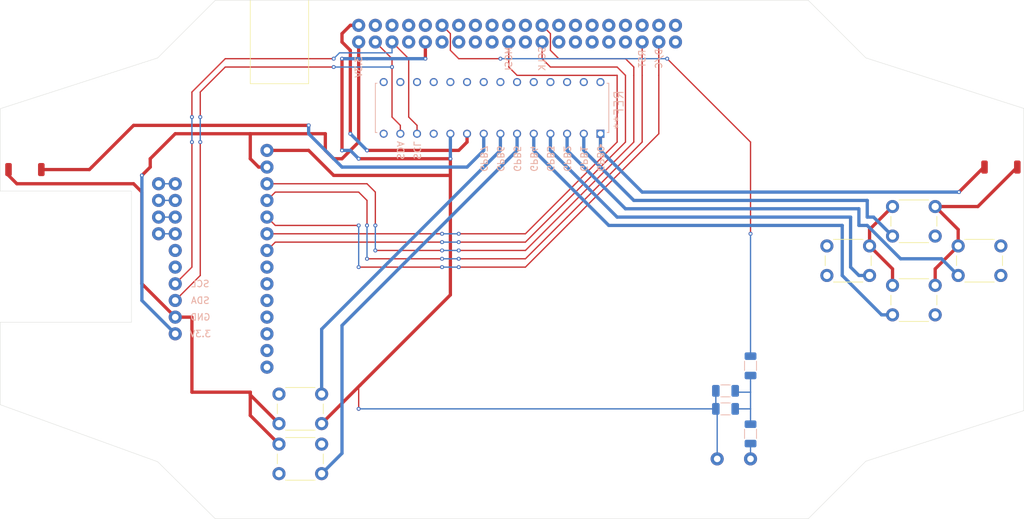
<source format=kicad_pcb>
(kicad_pcb (version 20221018) (generator pcbnew)
  (layers (0 "F.Cu" signal) (31 "B.Cu" signal) (34 "B.Paste" user) (35 "F.Paste" user) (36 "B.SilkS" user "B.Silkscreen") (37 "F.SilkS" user "F.Silkscreen") (38 "B.Mask" user) (39 "F.Mask" user) (44 "Edge.Cuts" user))
  (net 0 "")
  (footprint "" (layer "F.Cu") (at 39.37 58.42)
    (fp_text reference "")
    (fp_text value "")
  )
  (footprint "" (layer "F.Cu") (at 105.41 19.05)
    (fp_text reference "")
    (fp_text value "")
  )
  (footprint "" (layer "F.Cu") (at 97.79 16.51)
    (fp_text reference "")
    (fp_text value "")
  )
  (footprint "" (layer "F.Cu") (at 39.37 63.5)
    (fp_text reference "")
    (fp_text value "")
  )
  (footprint "" (layer "F.Cu") (at 127 82.55)
    (fp_text reference "")
    (fp_text value "")
  )
  (footprint "" (layer "F.Cu") (at 36.83 48.26)
    (fp_text reference "")
    (fp_text value "")
  )
  (footprint "" (layer "F.Cu") (at 110.49 16.51)
    (fp_text reference "")
    (fp_text value "")
  )
  (footprint "" (layer "F.Cu") (at 90.17 19.05)
    (fp_text reference "")
    (fp_text value "")
  )
  (footprint "" (layer "F.Cu") (at 53.34 50.8 90)
    (fp_text reference "")
    (fp_text value "")
  )
  (footprint "" (layer "F.Cu") (at 36.83 45.72)
    (fp_text reference "")
    (fp_text value "")
  )
  (footprint "" (layer "F.Cu") (at 92.71 16.51)
    (fp_text reference "")
    (fp_text value "")
  )
  (footprint "" (layer "F.Cu") (at 162.64 38.1)
    (fp_text reference "")
    (fp_text value "")
  )
  (footprint "" (layer "F.Cu") (at 74.93 19.05)
    (fp_text reference "")
    (fp_text value "")
  )
  (footprint "Button_Switch_THT:SW_PUSH_6mm" (layer "F.Cu") (at 55.17 72.68)
    (fp_text reference "REF**" hide)
    (fp_text value "SW_PUSH_6mm" hide)
  )
  (footprint "" (layer "F.Cu") (at 85.09 19.05)
    (fp_text reference "")
    (fp_text value "")
  )
  (footprint "" (layer "F.Cu") (at 67.31 16.51)
    (fp_text reference "")
    (fp_text value "")
  )
  (footprint "" (layer "F.Cu") (at 53.34 38.1 90)
    (fp_text reference "")
    (fp_text value "")
  )
  (footprint "" (layer "F.Cu") (at 72.39 16.51)
    (fp_text reference "")
    (fp_text value "")
  )
  (footprint "" (layer "F.Cu") (at 39.37 53.34)
    (fp_text reference "")
    (fp_text value "")
  )
  (footprint "" (layer "F.Cu") (at 39.37 48.26)
    (fp_text reference "")
    (fp_text value "")
  )
  (footprint "" (layer "F.Cu") (at 39.37 60.96)
    (fp_text reference "")
    (fp_text value "")
  )
  (footprint "Button_Switch_THT:SW_PUSH_6mm" (layer "F.Cu") (at 55.17 80.3)
    (fp_text reference "REF**" hide)
    (fp_text value "SW_PUSH_6mm" hide)
  )
  (footprint "" (layer "F.Cu") (at 53.34 58.42 90)
    (fp_text reference "")
    (fp_text value "")
  )
  (footprint "Button_Switch_THT:SW_PUSH_6mm" (layer "F.Cu") (at 148.63 56.11)
    (fp_text reference "REF**" hide)
    (fp_text value "SW_PUSH_6mm" hide)
  )
  (footprint "" (layer "F.Cu") (at 85.09 16.51)
    (fp_text reference "")
    (fp_text value "")
  )
  (footprint "" (layer "F.Cu") (at 53.34 66.04 90)
    (fp_text reference "")
    (fp_text value "")
  )
  (footprint "" (layer "F.Cu") (at 110.49 19.05)
    (fp_text reference "")
    (fp_text value "")
  )
  (footprint "" (layer "F.Cu") (at 90.17 16.51)
    (fp_text reference "")
    (fp_text value "")
  )
  (footprint "" (layer "F.Cu") (at 80.01 19.05)
    (fp_text reference "")
    (fp_text value "")
  )
  (footprint "" (layer "F.Cu") (at 115.57 19.05)
    (fp_text reference "")
    (fp_text value "")
  )
  (footprint "" (layer "F.Cu") (at 121.92 82.55)
    (fp_text reference "")
    (fp_text value "")
  )
  (footprint "" (layer "F.Cu") (at 13.97 30.48)
    (fp_text reference "")
    (fp_text value "")
  )
  (footprint "" (layer "F.Cu") (at 87.63 16.51)
    (fp_text reference "")
    (fp_text value "")
  )
  (footprint "" (layer "F.Cu") (at 95.25 16.51)
    (fp_text reference "")
    (fp_text value "")
  )
  (footprint "" (layer "F.Cu") (at 39.37 40.64)
    (fp_text reference "")
    (fp_text value "")
  )
  (footprint "" (layer "F.Cu") (at 17.78 30.48)
    (fp_text reference "" hide)
    (fp_text value "")
  )
  (footprint "" (layer "F.Cu") (at 167.64 38.1)
    (fp_text reference "")
    (fp_text value "")
  )
  (footprint "" (layer "F.Cu") (at 107.95 16.51)
    (fp_text reference "")
    (fp_text value "")
  )
  (footprint "" (layer "F.Cu") (at 69.85 16.51)
    (fp_text reference "")
    (fp_text value "")
  )
  (footprint "" (layer "F.Cu") (at 53.34 55.88 90)
    (fp_text reference "")
    (fp_text value "")
  )
  (footprint "" (layer "F.Cu") (at 53.34 43.18 90)
    (fp_text reference "")
    (fp_text value "")
  )
  (footprint "" (layer "F.Cu") (at 53.34 63.5 90)
    (fp_text reference "")
    (fp_text value "")
  )
  (footprint "" (layer "F.Cu") (at 82.55 16.51)
    (fp_text reference "")
    (fp_text value "")
  )
  (footprint "" (layer "F.Cu") (at 87.63 19.05)
    (fp_text reference "")
    (fp_text value "")
  )
  (footprint "" (layer "F.Cu") (at 67.31 19.05)
    (fp_text reference "")
    (fp_text value "")
  )
  (footprint "" (layer "F.Cu") (at 39.37 55.88)
    (fp_text reference "")
    (fp_text value "")
  )
  (footprint "" (layer "F.Cu") (at 53.34 48.26 90)
    (fp_text reference "")
    (fp_text value "")
  )
  (footprint "" (layer "F.Cu") (at 100.33 19.05)
    (fp_text reference "")
    (fp_text value "")
  )
  (footprint "" (layer "F.Cu") (at 92.71 19.05)
    (fp_text reference "")
    (fp_text value "")
  )
  (footprint "" (layer "F.Cu") (at 39.37 45.72)
    (fp_text reference "")
    (fp_text value "")
  )
  (footprint "" (layer "F.Cu") (at 39.37 50.8)
    (fp_text reference "")
    (fp_text value "")
  )
  (footprint "" (layer "F.Cu") (at 95.25 19.05)
    (fp_text reference "")
    (fp_text value "")
  )
  (footprint "" (layer "F.Cu") (at 53.34 40.64 90)
    (fp_text reference "")
    (fp_text value "")
  )
  (footprint "" (layer "F.Cu") (at 115.57 16.51)
    (fp_text reference "")
    (fp_text value "")
  )
  (footprint "" (layer "F.Cu") (at 53.34 53.34 90)
    (fp_text reference "")
    (fp_text value "")
  )
  (footprint "" (layer "F.Cu") (at 77.47 16.51)
    (fp_text reference "")
    (fp_text value "")
  )
  (footprint "" (layer "F.Cu") (at 77.47 19.05)
    (fp_text reference "")
    (fp_text value "")
  )
  (footprint "" (layer "F.Cu") (at 100.33 16.51)
    (fp_text reference "")
    (fp_text value "")
  )
  (footprint "" (layer "F.Cu") (at 53.34 45.72 90)
    (fp_text reference "")
    (fp_text value "")
  )
  (footprint "" (layer "F.Cu") (at 53.34 35.56 90)
    (fp_text reference "")
    (fp_text value "")
  )
  (footprint "" (layer "F.Cu") (at 102.87 19.05)
    (fp_text reference "")
    (fp_text value "")
  )
  (footprint "" (layer "F.Cu") (at 105.41 16.51)
    (fp_text reference "")
    (fp_text value "")
  )
  (footprint "" (layer "F.Cu") (at 82.55 19.05)
    (fp_text reference "")
    (fp_text value "")
  )
  (footprint "" (layer "F.Cu") (at 69.85 19.05)
    (fp_text reference "")
    (fp_text value "")
  )
  (footprint "" (layer "F.Cu") (at 74.93 16.51)
    (fp_text reference "")
    (fp_text value "")
  )
  (footprint "Button_Switch_THT:SW_PUSH_6mm" (layer "F.Cu") (at 158.63 50.11)
    (fp_text reference "REF**" hide)
    (fp_text value "SW_PUSH_6mm" hide)
  )
  (footprint "" (layer "F.Cu") (at 80.01 16.51)
    (fp_text reference "")
    (fp_text value "")
  )
  (footprint "" (layer "F.Cu") (at 53.34 68.58 90)
    (fp_text reference "")
    (fp_text value "")
  )
  (footprint "Button_Switch_THT:SW_PUSH_6mm" (layer "F.Cu") (at 148.63 44.11)
    (fp_text reference "REF**" hide)
    (fp_text value "SW_PUSH_6mm" hide)
  )
  (footprint "" (layer "F.Cu") (at 39.37 43.18)
    (fp_text reference "")
    (fp_text value "")
  )
  (footprint "" (layer "F.Cu") (at 72.39 19.05)
    (fp_text reference "")
    (fp_text value "")
  )
  (footprint "" (layer "F.Cu") (at 113.03 16.51)
    (fp_text reference "")
    (fp_text value "")
  )
  (footprint "" (layer "F.Cu") (at 102.87 16.51)
    (fp_text reference "")
    (fp_text value "")
  )
  (footprint "" (layer "F.Cu") (at 97.79 19.05)
    (fp_text reference "")
    (fp_text value "")
  )
  (footprint "" (layer "F.Cu") (at 36.83 43.18)
    (fp_text reference "")
    (fp_text value "")
  )
  (footprint "Button_Switch_THT:SW_PUSH_6mm" (layer "F.Cu") (at 138.63 50.11)
    (fp_text reference "REF**" hide)
    (fp_text value "SW_PUSH_6mm" hide)
  )
  (footprint "" (layer "F.Cu") (at 53.34 60.96 90)
    (fp_text reference "")
    (fp_text value "")
  )
  (footprint "" (layer "F.Cu") (at 107.95 19.05)
    (fp_text reference "")
    (fp_text value "")
  )
  (footprint "" (layer "F.Cu") (at 113.03 19.05)
    (fp_text reference "")
    (fp_text value "")
  )
  (footprint "" (layer "F.Cu") (at 36.83 40.64)
    (fp_text reference "")
    (fp_text value "")
  )
  (footprint "Capacitor_SMD:C_1206_3216Metric" (layer "B.Cu") (at 127 78.74 -90)
    (fp_text reference "REF**" hide)
    (fp_text value "C_1206_3216Metric" hide)
  )
  (footprint "Capacitor_SMD:C_1206_3216Metric" (layer "B.Cu") (at 123.19 72.185 180)
    (fp_text reference "REF**" hide)
    (fp_text value "C_1206_3216Metric" hide)
  )
  (footprint "Capacitor_SMD:C_1206_3216Metric" (layer "B.Cu") (at 123.19 74.93 180)
    (fp_text reference "REF**" hide)
    (fp_text value "C_1206_3216Metric" hide)
  )
  (footprint "IC:MCP23017" (layer "B.Cu") (at 87.63 29.085 90)
    (fp_text reference "REF**")
    (fp_text value "MCP23017" hide)
  )
  (footprint "Capacitor_SMD:C_1206_3216Metric" (layer "B.Cu") (at 127 68.375 90)
    (fp_text reference "REF**" hide)
    (fp_text value "C_1206_3216Metric" hide)
  )
  (gr_line (start 59.69 12.7) (end 59.69 25.4) (stroke (width 0.1)) (layer "F.SilkS"))
  (gr_line (start 50.8 25.4) (end 50.8 12.7) (stroke (width 0.1)) (layer "F.SilkS"))
  (gr_line (start 59.69 25.4) (end 50.8 25.4) (stroke (width 0.1)) (layer "F.SilkS"))
  (gr_line (start 135.803 12.71) (end 144.563 21.47) (stroke (width 0.05)) (layer "Edge.Cuts"))
  (gr_line (start 45.46 91.66) (end 135.803 91.66) (stroke (width 0.05)) (layer "Edge.Cuts"))
  (gr_line (start 12.7 74.29) (end 36.7 82.99) (stroke (width 0.05)) (layer "Edge.Cuts"))
  (gr_line (start 32.7 41.75) (end 32.7 61.75) (stroke (width 0.05)) (layer "Edge.Cuts"))
  (gr_line (start 12.7 41.75) (end 32.7 41.75) (stroke (width 0.05)) (layer "Edge.Cuts"))
  (gr_line (start 36.7 21.47) (end 45.46 12.71) (stroke (width 0.05)) (layer "Edge.Cuts"))
  (gr_line (start 12.7 61.75) (end 12.7 74.29) (stroke (width 0.05)) (layer "Edge.Cuts"))
  (gr_line (start 12.7 41.75) (end 12.7 29.21) (stroke (width 0.05)) (layer "Edge.Cuts"))
  (gr_line (start 168.633 75.2) (end 168.633 29.17) (stroke (width 0.05)) (layer "Edge.Cuts"))
  (gr_line (start 32.7 61.75) (end 12.7 61.75) (stroke (width 0.05)) (layer "Edge.Cuts"))
  (gr_line (start 144.563 21.47) (end 168.633 29.17) (stroke (width 0.05)) (layer "Edge.Cuts"))
  (gr_line (start 36.7 82.99) (end 45.46 91.66) (stroke (width 0.05)) (layer "Edge.Cuts"))
  (gr_line (start 45.46 12.71) (end 135.803 12.71) (stroke (width 0.05)) (layer "Edge.Cuts"))
  (gr_line (start 36.7 21.47) (end 12.7 29.21) (stroke (width 0.05)) (layer "Edge.Cuts"))
  (gr_line (start 144.563 82.9) (end 168.633 75.2) (stroke (width 0.05)) (layer "Edge.Cuts"))
  (gr_line (start 135.803 91.66) (end 144.563 82.9) (stroke (width 0.05)) (layer "Edge.Cuts"))
  (gr_text "GPB2\n" (at 99.06 36.83 270) (layer "B.SilkS") (effects (font (size 1 1)) (justify mirror)))
  (gr_text "GPB1\n" (at 101.6 36.83 270) (layer "B.SilkS") (effects (font (size 1 1)) (justify mirror)))
  (gr_text "GPB6\n" (at 88.9 36.83 270) (layer "B.SilkS") (effects (font (size 1 1)) (justify mirror)))
  (gr_text "RST" (at 110.49 21.59 90) (layer "B.SilkS") (effects (font (size 1 1)) (justify mirror)))
  (gr_text "SCL" (at 43.18 55.88) (layer "B.SilkS") (effects (font (size 1 1)) (justify mirror)))
  (gr_text "SCLK" (at 95.25 21.59 90) (layer "B.SilkS") (effects (font (size 1 1)) (justify mirror)))
  (gr_text "GPB0\n" (at 104.14 36.83 270) (layer "B.SilkS") (effects (font (size 1 1)) (justify mirror)))
  (gr_text "3.3V" (at 67.31 22.86 90) (layer "B.SilkS") (effects (font (size 1 1)) (justify mirror)))
  (gr_text "MOSI" (at 90.17 21.59 90) (layer "B.SilkS") (effects (font (size 1 1)) (justify mirror)))
  (gr_text "GPB5\n" (at 91.44 36.83 270) (layer "B.SilkS") (effects (font (size 1 1)) (justify mirror)))
  (gr_text "SDA" (at 43.18 58.42) (layer "B.SilkS") (effects (font (size 1 1)) (justify mirror)))
  (gr_text "3.3V" (at 43.18 63.5) (layer "B.SilkS") (effects (font (size 1 1)) (justify mirror)))
  (gr_text "SDA" (at 73.66 35.56 270) (layer "B.SilkS") (effects (font (size 1 1)) (justify mirror)))
  (gr_text "D/C\n" (at 113.03 21.59 90) (layer "B.SilkS") (effects (font (size 1 1)) (justify mirror)))
  (gr_text "SCL" (at 76.2 35.56 -90) (layer "B.SilkS") (effects (font (size 1 1)) (justify mirror)))
  (gr_text "GND" (at 43.18 60.96) (layer "B.SilkS") (effects (font (size 1 1)) (justify mirror)))
  (gr_text "GPB4\n" (at 93.98 36.83 270) (layer "B.SilkS") (effects (font (size 1 1)) (justify mirror)))
  (gr_text "GPB3\n" (at 96.52 36.83 270) (layer "B.SilkS") (effects (font (size 1 1)) (justify mirror)))
  (gr_text "GPB7\n" (at 86.36 36.83 270) (layer "B.SilkS") (effects (font (size 1 1)) (justify mirror)))
  (segment (start 162.56 38.1) (end 162.64 38.1) (width 0.5) (layer "F.Cu") (net 0))
  (segment (start 67.31 74.93) (end 67.31 71.54) (width 0.2) (layer "F.Cu") (net 0))
  (segment (start 113.03 19.05) (end 113.03 20.32) (width 0.2) (layer "F.Cu") (net 0))
  (segment (start 148.63 56.11) (end 148.63 53.61) (width 0.5) (layer "F.Cu") (net 0))
  (segment (start 83.82 34.29) (end 83.82 33.02) (width 0.5) (layer "F.Cu") (net 0))
  (segment (start 80.01 48.26) (end 53.34 48.26) (width 0.2) (layer "F.Cu") (net 0))
  (segment (start 82.55 35.56) (end 83.82 34.29) (width 0.5) (layer "F.Cu") (net 0))
  (segment (start 145.13 50.11) (end 145.13 47.61) (width 0.5) (layer "F.Cu") (net 0))
  (segment (start 113.03 20.32) (end 113.03 24.13) (width 0.2) (layer "F.Cu") (net 0))
  (segment (start 95.25 21.59) (end 96.52 22.86) (width 0.2) (layer "F.Cu") (net 0))
  (segment (start 92.71 49.53) (end 82.55 49.53) (width 0.2) (layer "F.Cu") (net 0))
  (segment (start 82.55 21.59) (end 88.9 21.59) (width 0.2) (layer "F.Cu") (net 0))
  (segment (start 68.58 40.64) (end 69.85 41.91) (width 0.2) (layer "F.Cu") (net 0))
  (segment (start 95.25 16.51) (end 96.52 17.78) (width 0.2) (layer "F.Cu") (net 0))
  (segment (start 148.63 53.61) (end 145.13 50.11) (width 0.5) (layer "F.Cu") (net 0))
  (segment (start 68.58 43.18) (end 67.31 41.91) (width 0.2) (layer "F.Cu") (net 0))
  (segment (start 67.31 19.05) (end 67.31 34.29) (width 0.5) (layer "F.Cu") (net 0))
  (segment (start 106.68 24.13) (end 106.68 34.29) (width 0.2) (layer "F.Cu") (net 0))
  (segment (start 95.25 20.32) (end 95.25 21.59) (width 0.2) (layer "F.Cu") (net 0))
  (segment (start 81.28 17.78) (end 81.28 20.32) (width 0.2) (layer "F.Cu") (net 0))
  (segment (start 26.29 38.48) (end 26.67 38.1) (width 0.5) (layer "F.Cu") (net 0))
  (segment (start 167.64 38.1) (end 161.63 44.11) (width 0.5) (layer "F.Cu") (net 0))
  (segment (start 99.06 45.72) (end 92.71 52.07) (width 0.2) (layer "F.Cu") (net 0))
  (segment (start 53.34 40.64) (end 68.58 40.64) (width 0.2) (layer "F.Cu") (net 0))
  (segment (start 67.31 71.54) (end 67.52 71.33) (width 0.2) (layer "F.Cu") (net 0))
  (segment (start 54.61 41.91) (end 53.34 43.18) (width 0.2) (layer "F.Cu") (net 0))
  (segment (start 46.99 21.59) (end 63.5 21.59) (width 0.2) (layer "F.Cu") (net 0))
  (segment (start 18.97 38.48) (end 26.29 38.48) (width 0.5) (layer "F.Cu") (net 0))
  (segment (start 54.61 49.53) (end 53.34 50.8) (width 0.2) (layer "F.Cu") (net 0))
  (segment (start 158.63 47.61) (end 155.13 44.11) (width 0.5) (layer "F.Cu") (net 0))
  (segment (start 34.29 55.88) (end 39.37 60.96) (width 0.5) (layer "F.Cu") (net 0))
  (segment (start 34.29 41.91) (end 34.29 55.88) (width 0.5) (layer "F.Cu") (net 0))
  (segment (start 62.23 33.02) (end 50.8 33.02) (width 0.5) (layer "F.Cu") (net 0))
  (segment (start 113.03 24.13) (end 113.03 33.02) (width 0.2) (layer "F.Cu") (net 0))
  (segment (start 92.71 48.26) (end 82.55 48.26) (width 0.2) (layer "F.Cu") (net 0))
  (segment (start 50.8 33.02) (end 39.37 33.02) (width 0.5) (layer "F.Cu") (net 0))
  (segment (start 41.91 34.29) (end 41.91 53.34) (width 0.2) (layer "F.Cu") (net 0))
  (segment (start 81.28 57.57) (end 67.52 71.33) (width 0.5) (layer "F.Cu") (net 0))
  (segment (start 39.37 58.42) (end 43.18 54.61) (width 0.2) (layer "F.Cu") (net 0))
  (segment (start 109.22 34.29) (end 99.06 44.45) (width 0.2) (layer "F.Cu") (net 0))
  (segment (start 110.49 20.32) (end 110.49 24.13) (width 0.2) (layer "F.Cu") (net 0))
  (segment (start 43.18 26.67) (end 46.99 22.86) (width 0.2) (layer "F.Cu") (net 0))
  (segment (start 81.28 39.37) (end 63.5 39.37) (width 0.5) (layer "F.Cu") (net 0))
  (segment (start 15.24 40.64) (end 33.02 40.64) (width 0.5) (layer "F.Cu") (net 0))
  (segment (start 99.06 43.18) (end 92.71 49.53) (width 0.2) (layer "F.Cu") (net 0))
  (segment (start 74.93 21.59) (end 74.93 30.48) (width 0.2) (layer "F.Cu") (net 0))
  (segment (start 50.8 72.39) (end 50.8 72.81) (width 0.5) (layer "F.Cu") (net 0))
  (segment (start 91.44 24.13) (end 106.68 24.13) (width 0.2) (layer "F.Cu") (net 0))
  (segment (start 72.39 30.48) (end 73.66 31.75) (width 0.2) (layer "F.Cu") (net 0))
  (segment (start 33.02 31.75) (end 26.67 38.1) (width 0.5) (layer "F.Cu") (net 0))
  (segment (start 54.61 46.99) (end 53.34 45.72) (width 0.2) (layer "F.Cu") (net 0))
  (segment (start 99.06 41.91) (end 92.71 48.26) (width 0.2) (layer "F.Cu") (net 0))
  (segment (start 110.49 24.13) (end 110.49 34.29) (width 0.2) (layer "F.Cu") (net 0))
  (segment (start 77.47 19.05) (end 77.47 21.59) (width 0.5) (layer "F.Cu") (net 0))
  (segment (start 96.52 20.32) (end 97.79 21.59) (width 0.2) (layer "F.Cu") (net 0))
  (segment (start 80.01 50.8) (end 69.85 50.8) (width 0.2) (layer "F.Cu") (net 0))
  (segment (start 81.28 39.37) (end 81.28 57.57) (width 0.5) (layer "F.Cu") (net 0))
  (segment (start 50.8 72.81) (end 55.17 77.18) (width 0.5) (layer "F.Cu") (net 0))
  (segment (start 107.95 21.59) (end 109.22 22.86) (width 0.2) (layer "F.Cu") (net 0))
  (segment (start 43.18 54.61) (end 43.18 34.29) (width 0.2) (layer "F.Cu") (net 0))
  (segment (start 158.63 50.11) (end 158.63 47.61) (width 0.5) (layer "F.Cu") (net 0))
  (segment (start 59.69 35.56) (end 53.34 35.56) (width 0.5) (layer "F.Cu") (net 0))
  (segment (start 99.06 44.45) (end 92.71 50.8) (width 0.2) (layer "F.Cu") (net 0))
  (segment (start 73.66 31.75) (end 73.66 33.02) (width 0.2) (layer "F.Cu") (net 0))
  (segment (start 127 34.29) (end 127 48.26) (width 0.2) (layer "F.Cu") (net 0))
  (segment (start 63.5 36.83) (end 62.23 35.56) (width 0.5) (layer "F.Cu") (net 0))
  (segment (start 155.13 53.61) (end 158.63 50.11) (width 0.5) (layer "F.Cu") (net 0))
  (segment (start 64.77 17.78) (end 66.04 16.51) (width 0.5) (layer "F.Cu") (net 0))
  (segment (start 90.17 20.32) (end 90.17 22.86) (width 0.2) (layer "F.Cu") (net 0))
  (segment (start 74.93 30.48) (end 76.2 31.75) (width 0.2) (layer "F.Cu") (net 0))
  (segment (start 92.71 52.07) (end 82.55 52.07) (width 0.2) (layer "F.Cu") (net 0))
  (segment (start 35.56 36.83) (end 35.56 38.1) (width 0.5) (layer "F.Cu") (net 0))
  (segment (start 72.39 21.59) (end 72.39 22.86) (width 0.2) (layer "F.Cu") (net 0))
  (segment (start 64.77 36.83) (end 63.5 36.83) (width 0.5) (layer "F.Cu") (net 0))
  (segment (start 114.3 21.59) (end 127 34.29) (width 0.2) (layer "F.Cu") (net 0))
  (segment (start 110.49 34.29) (end 99.06 45.72) (width 0.2) (layer "F.Cu") (net 0))
  (segment (start 59.69 31.75) (end 33.02 31.75) (width 0.5) (layer "F.Cu") (net 0))
  (segment (start 41.91 72.39) (end 50.8 72.39) (width 0.5) (layer "F.Cu") (net 0))
  (segment (start 52.07 38.1) (end 53.34 38.1) (width 0.5) (layer "F.Cu") (net 0))
  (segment (start 33.02 40.64) (end 34.29 41.91) (width 0.5) (layer "F.Cu") (net 0))
  (segment (start 155.13 56.11) (end 155.13 53.61) (width 0.5) (layer "F.Cu") (net 0))
  (segment (start 109.22 22.86) (end 109.22 24.13) (width 0.2) (layer "F.Cu") (net 0))
  (segment (start 43.18 30.48) (end 43.18 26.67) (width 0.2) (layer "F.Cu") (net 0))
  (segment (start 68.58 35.56) (end 82.55 35.56) (width 0.5) (layer "F.Cu") (net 0))
  (segment (start 95.25 19.05) (end 95.25 20.32) (width 0.2) (layer "F.Cu") (net 0))
  (segment (start 66.04 16.51) (end 67.31 16.51) (width 0.5) (layer "F.Cu") (net 0))
  (segment (start 13.97 39.37) (end 15.24 40.64) (width 0.5) (layer "F.Cu") (net 0))
  (segment (start 68.58 46.99) (end 68.58 43.18) (width 0.2) (layer "F.Cu") (net 0))
  (segment (start 110.49 19.05) (end 110.49 20.32) (width 0.2) (layer "F.Cu") (net 0))
  (segment (start 90.17 19.05) (end 90.17 20.32) (width 0.2) (layer "F.Cu") (net 0))
  (segment (start 66.04 20.32) (end 64.77 19.05) (width 0.5) (layer "F.Cu") (net 0))
  (segment (start 80.01 49.53) (end 54.61 49.53) (width 0.2) (layer "F.Cu") (net 0))
  (segment (start 100.33 40.64) (end 99.06 41.91) (width 0.2) (layer "F.Cu") (net 0))
  (segment (start 96.52 17.78) (end 96.52 20.32) (width 0.2) (layer "F.Cu") (net 0))
  (segment (start 66.04 33.02) (end 66.04 20.32) (width 0.5) (layer "F.Cu") (net 0))
  (segment (start 145.13 47.61) (end 148.63 44.11) (width 0.5) (layer "F.Cu") (net 0))
  (segment (start 41.91 26.67) (end 46.99 21.59) (width 0.2) (layer "F.Cu") (net 0))
  (segment (start 46.99 22.86) (end 63.5 22.86) (width 0.2) (layer "F.Cu") (net 0))
  (segment (start 64.77 21.59) (end 64.77 35.56) (width 0.5) (layer "F.Cu") (net 0))
  (segment (start 80.01 53.34) (end 67.31 53.34) (width 0.2) (layer "F.Cu") (net 0))
  (segment (start 67.31 41.91) (end 54.61 41.91) (width 0.2) (layer "F.Cu") (net 0))
  (segment (start 50.8 75.93) (end 55.17 80.3) (width 0.5) (layer "F.Cu") (net 0))
  (segment (start 41.91 60.96) (end 41.91 72.39) (width 0.5) (layer "F.Cu") (net 0))
  (segment (start 35.56 38.1) (end 34.29 39.37) (width 0.5) (layer "F.Cu") (net 0))
  (segment (start 113.03 33.02) (end 99.06 46.99) (width 0.2) (layer "F.Cu") (net 0))
  (segment (start 92.71 50.8) (end 82.55 50.8) (width 0.2) (layer "F.Cu") (net 0))
  (segment (start 67.52 71.33) (end 61.67 77.18) (width 0.5) (layer "F.Cu") (net 0))
  (segment (start 92.71 53.34) (end 82.55 53.34) (width 0.2) (layer "F.Cu") (net 0))
  (segment (start 39.37 55.88) (end 41.91 53.34) (width 0.2) (layer "F.Cu") (net 0))
  (segment (start 76.2 31.75) (end 76.2 33.02) (width 0.2) (layer "F.Cu") (net 0))
  (segment (start 109.22 24.13) (end 109.22 34.29) (width 0.2) (layer "F.Cu") (net 0))
  (segment (start 63.5 39.37) (end 59.69 35.56) (width 0.5) (layer "F.Cu") (net 0))
  (segment (start 62.23 35.56) (end 62.23 33.02) (width 0.5) (layer "F.Cu") (net 0))
  (segment (start 106.68 22.86) (end 107.95 24.13) (width 0.2) (layer "F.Cu") (net 0))
  (segment (start 107.95 34.29) (end 99.06 43.18) (width 0.2) (layer "F.Cu") (net 0))
  (segment (start 41.91 26.67) (end 41.91 30.48) (width 0.2) (layer "F.Cu") (net 0))
  (segment (start 97.79 21.59) (end 107.95 21.59) (width 0.2) (layer "F.Cu") (net 0))
  (segment (start 67.31 36.83) (end 81.28 36.83) (width 0.5) (layer "F.Cu") (net 0))
  (segment (start 64.77 19.05) (end 64.77 17.78) (width 0.5) (layer "F.Cu") (net 0))
  (segment (start 161.63 44.11) (end 155.13 44.11) (width 0.5) (layer "F.Cu") (net 0))
  (segment (start 81.28 36.83) (end 81.28 39.37) (width 0.5) (layer "F.Cu") (net 0))
  (segment (start 69.85 41.91) (end 69.85 46.99) (width 0.2) (layer "F.Cu") (net 0))
  (segment (start 80.01 52.07) (end 68.58 52.07) (width 0.2) (layer "F.Cu") (net 0))
  (segment (start 99.06 46.99) (end 92.71 53.34) (width 0.2) (layer "F.Cu") (net 0))
  (segment (start 106.68 34.29) (end 100.33 40.64) (width 0.2) (layer "F.Cu") (net 0))
  (segment (start 81.28 20.32) (end 82.55 21.59) (width 0.2) (layer "F.Cu") (net 0))
  (segment (start 50.8 33.02) (end 50.8 36.83) (width 0.5) (layer "F.Cu") (net 0))
  (segment (start 67.31 34.29) (end 64.77 36.83) (width 0.5) (layer "F.Cu") (net 0))
  (segment (start 69.85 19.05) (end 72.39 21.59) (width 0.2) (layer "F.Cu") (net 0))
  (segment (start 50.8 72.39) (end 50.8 75.93) (width 0.5) (layer "F.Cu") (net 0))
  (segment (start 107.95 24.13) (end 107.95 34.29) (width 0.2) (layer "F.Cu") (net 0))
  (segment (start 72.39 22.86) (end 72.39 30.48) (width 0.2) (layer "F.Cu") (net 0))
  (segment (start 39.37 60.96) (end 41.91 60.96) (width 0.5) (layer "F.Cu") (net 0))
  (segment (start 80.01 16.51) (end 81.28 17.78) (width 0.2) (layer "F.Cu") (net 0))
  (segment (start 96.52 22.86) (end 106.68 22.86) (width 0.2) (layer "F.Cu") (net 0))
  (segment (start 13.97 38.48) (end 13.97 39.37) (width 0) (layer "F.Cu") (net 0))
  (segment (start 67.31 46.99) (end 54.61 46.99) (width 0.2) (layer "F.Cu") (net 0))
  (segment (start 72.39 19.05) (end 74.93 21.59) (width 0.2) (layer "F.Cu") (net 0))
  (segment (start 90.17 22.86) (end 91.44 24.13) (width 0.2) (layer "F.Cu") (net 0))
  (segment (start 50.8 36.83) (end 52.07 38.1) (width 0.5) (layer "F.Cu") (net 0))
  (segment (start 39.37 33.02) (end 35.56 36.83) (width 0.5) (layer "F.Cu") (net 0))
  (segment (start 158.75 41.91) (end 162.56 38.1) (width 0.5) (layer "F.Cu") (net 0))
  (via (at 80.01 48.26) (size 0.6) (drill 0.3) (layers "F.Cu" "B.Cu") (net 0))
  (via (at 59.69 31.75) (size 0.6) (drill 0.3) (layers "F.Cu" "B.Cu") (net 0))
  (via (at 80.01 50.8) (size 0.6) (drill 0.3) (layers "F.Cu" "B.Cu") (net 0))
  (via (at 34.29 39.37) (size 0.6) (drill 0.3) (layers "F.Cu" "B.Cu") (net 0))
  (via (at 67.31 36.83) (size 0.6) (drill 0.3) (layers "F.Cu" "B.Cu") (net 0))
  (via (at 41.91 30.48) (size 0.6) (drill 0.3) (layers "F.Cu" "B.Cu") (net 0))
  (via (at 82.55 50.8) (size 0.6) (drill 0.3) (layers "F.Cu" "B.Cu") (net 0))
  (via (at 72.39 22.86) (size 0.6) (drill 0.3) (layers "F.Cu" "B.Cu") (net 0))
  (via (at 67.31 53.34) (size 0.6) (drill 0.3) (layers "F.Cu" "B.Cu") (net 0))
  (via (at 77.47 21.59) (size 0.6) (drill 0.3) (layers "F.Cu" "B.Cu") (net 0))
  (via (at 68.58 46.99) (size 0.6) (drill 0.3) (layers "F.Cu" "B.Cu") (net 0))
  (via (at 43.18 30.48) (size 0.6) (drill 0.3) (layers "F.Cu" "B.Cu") (net 0))
  (via (at 69.85 46.99) (size 0.6) (drill 0.3) (layers "F.Cu" "B.Cu") (net 0))
  (via (at 82.55 48.26) (size 0.6) (drill 0.3) (layers "F.Cu" "B.Cu") (net 0))
  (via (at 43.18 34.29) (size 0.6) (drill 0.3) (layers "F.Cu" "B.Cu") (net 0))
  (via (at 63.5 22.86) (size 0.6) (drill 0.3) (layers "F.Cu" "B.Cu") (net 0))
  (via (at 114.3 21.59) (size 0.6) (drill 0.3) (layers "F.Cu" "B.Cu") (net 0))
  (via (at 68.58 35.56) (size 0.6) (drill 0.3) (layers "F.Cu" "B.Cu") (net 0))
  (via (at 82.55 52.07) (size 0.6) (drill 0.3) (layers "F.Cu" "B.Cu") (net 0))
  (via (at 63.5 21.59) (size 0.6) (drill 0.3) (layers "F.Cu" "B.Cu") (net 0))
  (via (at 80.01 49.53) (size 0.6) (drill 0.3) (layers "F.Cu" "B.Cu") (net 0))
  (via (at 82.55 49.53) (size 0.6) (drill 0.3) (layers "F.Cu" "B.Cu") (net 0))
  (via (at 64.77 35.56) (size 0.6) (drill 0.3) (layers "F.Cu" "B.Cu") (net 0))
  (via (at 80.01 53.34) (size 0.6) (drill 0.3) (layers "F.Cu" "B.Cu") (net 0))
  (via (at 81.28 36.83) (size 0.6) (drill 0.3) (layers "F.Cu" "B.Cu") (net 0))
  (via (at 88.9 21.59) (size 0.6) (drill 0.3) (layers "F.Cu" "B.Cu") (net 0))
  (via (at 158.75 41.91) (size 0.6) (drill 0.3) (layers "F.Cu" "B.Cu") (net 0))
  (via (at 82.55 53.34) (size 0.6) (drill 0.3) (layers "F.Cu" "B.Cu") (net 0))
  (via (at 66.04 33.02) (size 0.6) (drill 0.3) (layers "F.Cu" "B.Cu") (net 0))
  (via (at 69.85 50.8) (size 0.6) (drill 0.3) (layers "F.Cu" "B.Cu") (net 0))
  (via (at 64.77 21.59) (size 0.6) (drill 0.3) (layers "F.Cu" "B.Cu") (net 0))
  (via (at 68.58 52.07) (size 0.6) (drill 0.3) (layers "F.Cu" "B.Cu") (net 0))
  (via (at 67.31 74.93) (size 0.6) (drill 0.3) (layers "F.Cu" "B.Cu") (net 0))
  (via (at 80.01 52.07) (size 0.6) (drill 0.3) (layers "F.Cu" "B.Cu") (net 0))
  (via (at 67.31 46.99) (size 0.6) (drill 0.3) (layers "F.Cu" "B.Cu") (net 0))
  (via (at 41.91 34.29) (size 0.6) (drill 0.3) (layers "F.Cu" "B.Cu") (net 0))
  (via (at 59.69 31.75) (size 0.6) (drill 0.3) (layers "F.Cu" "B.Cu") (net 0))
  (via (at 127 48.26) (size 0.6) (drill 0.3) (layers "F.Cu" "B.Cu") (net 0))
  (segment (start 36.83 43.18) (end 39.37 43.18) (width 0.2) (layer "B.Cu") (net 0))
  (segment (start 110.49 41.91) (end 158.75 41.91) (width 0.5) (layer "B.Cu") (net 0))
  (segment (start 81.28 33.02) (end 81.28 36.83) (width 0.5) (layer "B.Cu") (net 0))
  (segment (start 64.39 20.7) (end 63.5 21.59) (width 0.2) (layer "B.Cu") (net 0))
  (segment (start 61.67 62.79) (end 88.9 35.56) (width 0.5) (layer "B.Cu") (net 0))
  (segment (start 140.97 54.61) (end 140.97 46.99) (width 0.5) (layer "B.Cu") (net 0))
  (segment (start 68.58 21.59) (end 77.47 21.59) (width 0.5) (layer "B.Cu") (net 0))
  (segment (start 82.55 48.26) (end 80.01 48.26) (width 0.2) (layer "B.Cu") (net 0))
  (segment (start 86.36 35.56) (end 83.82 38.1) (width 0.5) (layer "B.Cu") (net 0))
  (segment (start 109.22 43.18) (end 101.6 35.56) (width 0.5) (layer "B.Cu") (net 0))
  (segment (start 99.06 35.56) (end 99.06 33.02) (width 0.5) (layer "B.Cu") (net 0))
  (segment (start 148.63 60.61) (end 146.97 60.61) (width 0.5) (layer "B.Cu") (net 0))
  (segment (start 68.58 35.56) (end 66.04 33.02) (width 0.5) (layer "B.Cu") (net 0))
  (segment (start 68.58 52.07) (end 68.58 46.99) (width 0.2) (layer "B.Cu") (net 0))
  (segment (start 156.09 52.07) (end 149.86 52.07) (width 0.5) (layer "B.Cu") (net 0))
  (segment (start 88.9 35.56) (end 88.9 33.02) (width 0.5) (layer "B.Cu") (net 0))
  (segment (start 121.715 72.185) (end 121.715 74.93) (width 0.2) (layer "B.Cu") (net 0))
  (segment (start 121.715 74.93) (end 67.31 74.93) (width 0.2) (layer "B.Cu") (net 0))
  (segment (start 127 82.55) (end 127 80.215) (width 0.2) (layer "B.Cu") (net 0))
  (segment (start 158.63 54.61) (end 156.09 52.07) (width 0.5) (layer "B.Cu") (net 0))
  (segment (start 144.78 45.72) (end 144.78 43.18) (width 0.5) (layer "B.Cu") (net 0))
  (segment (start 146.97 60.61) (end 140.97 54.61) (width 0.5) (layer "B.Cu") (net 0))
  (segment (start 96.52 35.56) (end 96.52 33.02) (width 0.5) (layer "B.Cu") (net 0))
  (segment (start 83.82 38.1) (end 64.77 38.1) (width 0.5) (layer "B.Cu") (net 0))
  (segment (start 41.91 34.29) (end 41.91 30.48) (width 0.2) (layer "B.Cu") (net 0))
  (segment (start 82.55 50.8) (end 80.01 50.8) (width 0.2) (layer "B.Cu") (net 0))
  (segment (start 86.36 33.02) (end 86.36 35.56) (width 0.5) (layer "B.Cu") (net 0))
  (segment (start 61.67 84.8) (end 64.77 81.7) (width 0.5) (layer "B.Cu") (net 0))
  (segment (start 148.63 48.61) (end 145.74 45.72) (width 0.5) (layer "B.Cu") (net 0))
  (segment (start 93.98 35.56) (end 93.98 33.02) (width 0.5) (layer "B.Cu") (net 0))
  (segment (start 124.87 72.39) (end 124.665 72.185) (width 0.2) (layer "B.Cu") (net 0))
  (segment (start 101.6 35.56) (end 101.6 33.02) (width 0.5) (layer "B.Cu") (net 0))
  (segment (start 36.83 48.26) (end 39.37 48.26) (width 0.2) (layer "B.Cu") (net 0))
  (segment (start 106.68 45.72) (end 96.52 35.56) (width 0.5) (layer "B.Cu") (net 0))
  (segment (start 145.13 54.61) (end 143.51 54.61) (width 0.5) (layer "B.Cu") (net 0))
  (segment (start 143.51 44.45) (end 107.95 44.45) (width 0.5) (layer "B.Cu") (net 0))
  (segment (start 107.95 44.45) (end 99.06 35.56) (width 0.5) (layer "B.Cu") (net 0))
  (segment (start 104.14 35.56) (end 110.49 41.91) (width 0.5) (layer "B.Cu") (net 0))
  (segment (start 142.24 53.34) (end 142.24 45.72) (width 0.5) (layer "B.Cu") (net 0))
  (segment (start 127 74.93) (end 124.665 74.93) (width 0.2) (layer "B.Cu") (net 0))
  (segment (start 127 72.39) (end 124.87 72.39) (width 0.2) (layer "B.Cu") (net 0))
  (segment (start 66.04 35.56) (end 67.31 36.83) (width 0.5) (layer "B.Cu") (net 0))
  (segment (start 82.55 53.34) (end 80.01 53.34) (width 0.2) (layer "B.Cu") (net 0))
  (segment (start 91.44 35.56) (end 91.44 33.02) (width 0.5) (layer "B.Cu") (net 0))
  (segment (start 67.31 53.34) (end 67.31 46.99) (width 0.2) (layer "B.Cu") (net 0))
  (segment (start 144.78 43.18) (end 109.22 43.18) (width 0.5) (layer "B.Cu") (net 0))
  (segment (start 143.51 54.61) (end 142.24 53.34) (width 0.5) (layer "B.Cu") (net 0))
  (segment (start 64.77 81.7) (end 64.77 62.23) (width 0.5) (layer "B.Cu") (net 0))
  (segment (start 36.83 45.72) (end 39.37 45.72) (width 0.2) (layer "B.Cu") (net 0))
  (segment (start 82.55 52.07) (end 80.01 52.07) (width 0.2) (layer "B.Cu") (net 0))
  (segment (start 64.77 38.1) (end 59.69 33.02) (width 0.5) (layer "B.Cu") (net 0))
  (segment (start 82.55 49.53) (end 80.01 49.53) (width 0.2) (layer "B.Cu") (net 0))
  (segment (start 64.77 35.56) (end 66.04 35.56) (width 0.5) (layer "B.Cu") (net 0))
  (segment (start 104.14 33.02) (end 104.14 35.56) (width 0.5) (layer "B.Cu") (net 0))
  (segment (start 72.39 22.86) (end 63.5 22.86) (width 0.2) (layer "B.Cu") (net 0))
  (segment (start 142.24 45.72) (end 106.68 45.72) (width 0.5) (layer "B.Cu") (net 0))
  (segment (start 88.9 21.59) (end 114.3 21.59) (width 0.2) (layer "B.Cu") (net 0))
  (segment (start 144.78 46.99) (end 143.51 46.99) (width 0.5) (layer "B.Cu") (net 0))
  (segment (start 127 74.93) (end 127 72.39) (width 0.2) (layer "B.Cu") (net 0))
  (segment (start 121.715 74.93) (end 121.92 75.135) (width 0.2) (layer "B.Cu") (net 0))
  (segment (start 68.58 21.59) (end 64.77 21.59) (width 0.5) (layer "B.Cu") (net 0))
  (segment (start 143.51 46.99) (end 143.51 44.45) (width 0.5) (layer "B.Cu") (net 0))
  (segment (start 72.39 20.7) (end 64.39 20.7) (width 0.2) (layer "B.Cu") (net 0))
  (segment (start 149.86 52.07) (end 144.78 46.99) (width 0.5) (layer "B.Cu") (net 0))
  (segment (start 127 72.39) (end 127 69.85) (width 0.2) (layer "B.Cu") (net 0))
  (segment (start 61.67 72.68) (end 61.67 62.79) (width 0.5) (layer "B.Cu") (net 0))
  (segment (start 140.97 46.99) (end 105.41 46.99) (width 0.5) (layer "B.Cu") (net 0))
  (segment (start 72.39 19.05) (end 72.39 20.7) (width 0.2) (layer "B.Cu") (net 0))
  (segment (start 64.77 62.23) (end 91.44 35.56) (width 0.5) (layer "B.Cu") (net 0))
  (segment (start 127 77.265) (end 127 74.93) (width 0.2) (layer "B.Cu") (net 0))
  (segment (start 105.41 46.99) (end 93.98 35.56) (width 0.5) (layer "B.Cu") (net 0))
  (segment (start 36.83 40.64) (end 39.37 40.64) (width 0.2) (layer "B.Cu") (net 0))
  (segment (start 145.74 45.72) (end 144.78 45.72) (width 0.5) (layer "B.Cu") (net 0))
  (segment (start 127 66.9) (end 127 48.26) (width 0.2) (layer "B.Cu") (net 0))
  (segment (start 43.18 30.48) (end 43.18 34.29) (width 0.2) (layer "B.Cu") (net 0))
  (segment (start 121.92 75.135) (end 121.92 82.55) (width 0.2) (layer "B.Cu") (net 0))
  (segment (start 34.29 58.42) (end 39.37 63.5) (width 0.5) (layer "B.Cu") (net 0))
  (segment (start 69.85 46.99) (end 69.85 50.8) (width 0.2) (layer "B.Cu") (net 0))
  (segment (start 59.69 33.02) (end 59.69 31.75) (width 0.5) (layer "B.Cu") (net 0))
  (segment (start 34.29 39.37) (end 34.29 58.42) (width 0.5) (layer "B.Cu") (net 0))
)
</source>
